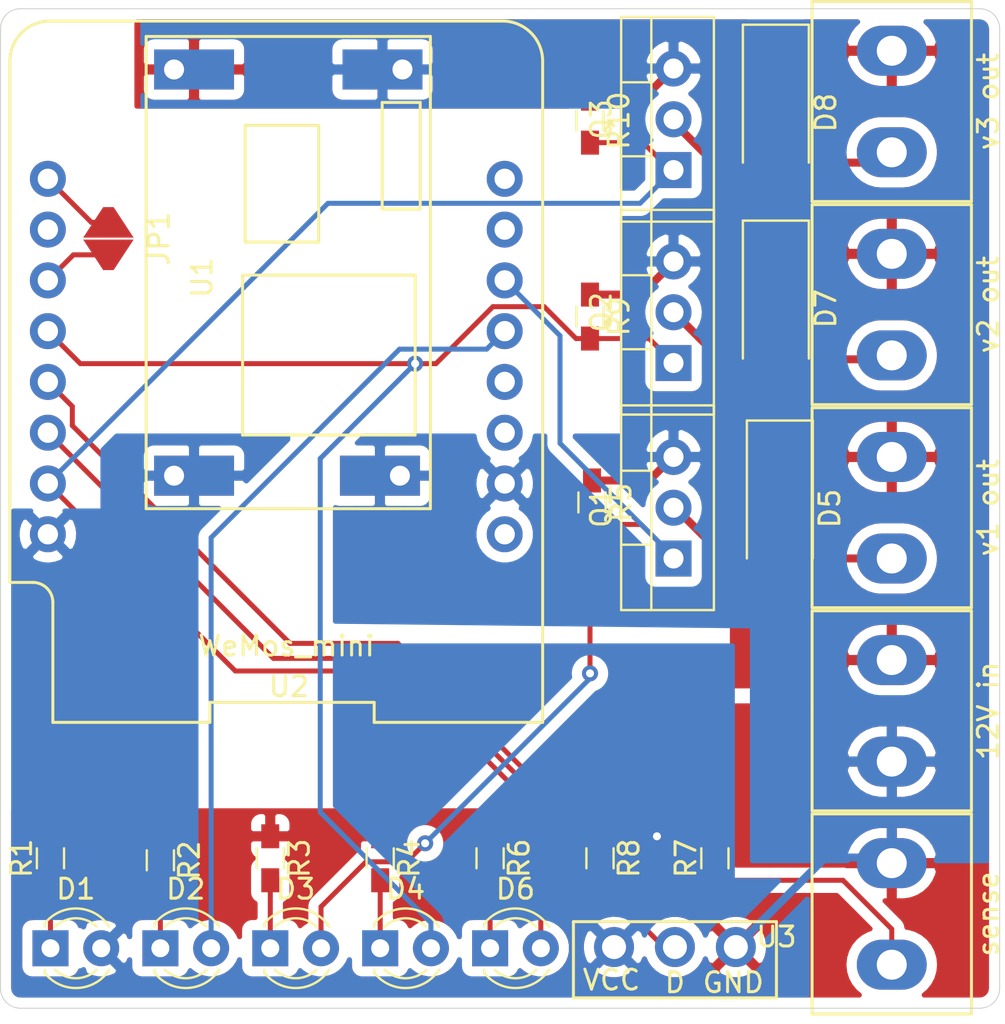
<source format=kicad_pcb>
(kicad_pcb (version 20171130) (host pcbnew 5.1.4)
  (layers (0 F.Cu signal) (31 B.Cu signal) (34 B.Paste user) (35 F.Paste user) (36 B.SilkS user) (37 F.SilkS user) (38 B.Mask user) (39 F.Mask user) (44 Edge.Cuts user))
  (net 0 "")
  (net 1 "Net-(D1-Pad1)")
  (net 2 +3V3)
  (net 3 "Net-(D2-Pad1)")
  (net 4 info)
  (net 5 "Net-(D3-Pad1)")
  (net 6 v1)
  (net 7 "Net-(D4-Pad1)")
  (net 8 v2)
  (net 9 +12V)
  (net 10 "Net-(D5-Pad2)")
  (net 11 "Net-(D6-Pad1)")
  (net 12 v3)
  (net 13 "Net-(D7-Pad2)")
  (net 14 "Net-(D8-Pad2)")
  (net 15 GND)
  (net 16 sense)
  (net 17 "Net-(JP1-Pad2)")
  (net 18 "Net-(JP1-Pad1)")
  (net 19 temp)
  (net 20 "Net-(U2-Pad8)")
  (net 21 "Net-(U2-Pad7)")
  (net 22 "Net-(U2-Pad10)")
  (net 23 "Net-(U2-Pad4)")
  (net 24 "Net-(U2-Pad3)")
  (net 25 "Net-(U2-Pad1)")
  (module TO_SOT_Packages_THT:TO-220-3_Vertical (layer F.Cu) (at 98.679 68.072 90)
    (fp_text reference Q3 (at 2.54 -3.62 90) (layer F.SilkS))
    (fp_text value IRLZ44N)
    (fp_line (start -2.58 -2.62) (end 7.66 -2.62) (layer F.SilkS) (width 0.12))
    (fp_line (start -2.58 2.021) (end 7.66 2.021) (layer F.SilkS) (width 0.12))
    (fp_line (start -2.58 -2.62) (end -2.58 2.021) (layer F.SilkS) (width 0.12))
    (fp_line (start 7.66 -2.62) (end 7.66 2.021) (layer F.SilkS) (width 0.12))
    (fp_line (start -2.58 -1.11) (end 7.66 -1.11) (layer F.SilkS) (width 0.12))
    (fp_line (start 0.69 -2.62) (end 0.69 -1.11) (layer F.SilkS) (width 0.12))
    (fp_line (start 4.391 -2.62) (end 4.391 -1.11) (layer F.SilkS) (width 0.12))
    (pad 1 thru_hole rect (at 0 0 90) (size 1.8 1.8) (drill 1) (layers *.Cu *.Mask) (net 12 v3))
    (pad 2 thru_hole oval (at 2.54 0 90) (size 1.8 1.8) (drill 1) (layers *.Cu *.Mask) (net 14 "Net-(D8-Pad2)"))
    (pad 3 thru_hole oval (at 5.08 0 90) (size 1.8 1.8) (drill 1) (layers *.Cu *.Mask) (net 15 GND))
  )
  (module TO_SOT_Packages_THT:TO-220-3_Vertical (layer F.Cu) (at 98.679 77.724 90)
    (fp_text reference Q2 (at 2.54 -3.62 90) (layer F.SilkS))
    (fp_text value IRLZ44N)
    (fp_line (start -2.58 -2.62) (end 7.66 -2.62) (layer F.SilkS) (width 0.12))
    (fp_line (start -2.58 2.021) (end 7.66 2.021) (layer F.SilkS) (width 0.12))
    (fp_line (start -2.58 -2.62) (end -2.58 2.021) (layer F.SilkS) (width 0.12))
    (fp_line (start 7.66 -2.62) (end 7.66 2.021) (layer F.SilkS) (width 0.12))
    (fp_line (start -2.58 -1.11) (end 7.66 -1.11) (layer F.SilkS) (width 0.12))
    (fp_line (start 0.69 -2.62) (end 0.69 -1.11) (layer F.SilkS) (width 0.12))
    (fp_line (start 4.391 -2.62) (end 4.391 -1.11) (layer F.SilkS) (width 0.12))
    (pad 1 thru_hole rect (at 0 0 90) (size 1.8 1.8) (drill 1) (layers *.Cu *.Mask) (net 8 v2))
    (pad 2 thru_hole oval (at 2.54 0 90) (size 1.8 1.8) (drill 1) (layers *.Cu *.Mask) (net 13 "Net-(D7-Pad2)"))
    (pad 3 thru_hole oval (at 5.08 0 90) (size 1.8 1.8) (drill 1) (layers *.Cu *.Mask) (net 15 GND))
  )
  (module TO_SOT_Packages_THT:TO-220-3_Vertical (layer F.Cu) (at 98.679 87.503 90)
    (fp_text reference Q1 (at 2.54 -3.62 90) (layer F.SilkS))
    (fp_text value IRLZ44N)
    (fp_line (start 4.391 -2.62) (end 4.391 -1.11) (layer F.SilkS) (width 0.12))
    (fp_line (start 0.69 -2.62) (end 0.69 -1.11) (layer F.SilkS) (width 0.12))
    (fp_line (start -2.58 -1.11) (end 7.66 -1.11) (layer F.SilkS) (width 0.12))
    (fp_line (start 7.66 -2.62) (end 7.66 2.021) (layer F.SilkS) (width 0.12))
    (fp_line (start -2.58 -2.62) (end -2.58 2.021) (layer F.SilkS) (width 0.12))
    (fp_line (start -2.58 2.021) (end 7.66 2.021) (layer F.SilkS) (width 0.12))
    (fp_line (start -2.58 -2.62) (end 7.66 -2.62) (layer F.SilkS) (width 0.12))
    (pad 3 thru_hole oval (at 5.08 0 90) (size 1.8 1.8) (drill 1) (layers *.Cu *.Mask) (net 15 GND))
    (pad 2 thru_hole oval (at 2.54 0 90) (size 1.8 1.8) (drill 1) (layers *.Cu *.Mask) (net 10 "Net-(D5-Pad2)"))
    (pad 1 thru_hole rect (at 0 0 90) (size 1.8 1.8) (drill 1) (layers *.Cu *.Mask) (net 6 v1))
  )
  (module Resistors_SMD:R_0603_HandSoldering (layer F.Cu) (at 95 102.5 270)
    (fp_text reference R8 (at 0 -1.45 90) (layer F.SilkS))
    (fp_text value 4K7)
    (fp_line (start 0.5 0.68) (end -0.5 0.68) (layer F.SilkS) (width 0.12))
    (fp_line (start -0.5 -0.68) (end 0.5 -0.68) (layer F.SilkS) (width 0.12))
    (pad 1 smd rect (at -1.1 0 270) (size 1.2 0.9) (layers F.Cu F.Paste F.Mask) (net 2 +3V3))
    (pad 2 smd rect (at 1.1 0 270) (size 1.2 0.9) (layers F.Cu F.Paste F.Mask) (net 19 temp))
  )
  (module Resistors_SMD:R_0603_HandSoldering (layer F.Cu) (at 94.6 84.7 270)
    (fp_text reference R5 (at 0 -1.45 90) (layer F.SilkS))
    (fp_text value 20K)
    (fp_line (start 0.5 0.68) (end -0.5 0.68) (layer F.SilkS) (width 0.12))
    (fp_line (start -0.5 -0.68) (end 0.5 -0.68) (layer F.SilkS) (width 0.12))
    (pad 1 smd rect (at -1.1 0 270) (size 1.2 0.9) (layers F.Cu F.Paste F.Mask) (net 15 GND))
    (pad 2 smd rect (at 1.1 0 270) (size 1.2 0.9) (layers F.Cu F.Paste F.Mask) (net 6 v1))
  )
  (module custom:termina_2pin (layer F.Cu) (at 109.6 64.643 90)
    (fp_text reference J5)
    (fp_text value "v3 out" (at 0 4.826 270) (layer F.SilkS))
    (fp_line (start -5.0038 -3.9878) (end 0 -3.9878) (layer F.SilkS) (width 0.15))
    (fp_line (start -5.0038 3.9878) (end -5.0038 -3.9878) (layer F.SilkS) (width 0.15))
    (fp_line (start 5.0038 3.9878) (end -5.0038 3.9878) (layer F.SilkS) (width 0.15))
    (fp_line (start 5.0038 -3.9878) (end 5.0038 3.9878) (layer F.SilkS) (width 0.15))
    (fp_line (start 0 -3.9878) (end 5.0038 -3.9878) (layer F.SilkS) (width 0.15))
    (pad 2 thru_hole oval (at 2.54 0 90) (size 2.5 3.5) (drill 1.5) (layers *.Cu *.Mask) (net 9 +12V))
    (pad 1 thru_hole oval (at -2.54 0 90) (size 2.5 3.5) (drill 1.5) (layers *.Cu *.Mask) (net 14 "Net-(D8-Pad2)"))
  )
  (module custom:termina_2pin (layer F.Cu) (at 109.6 74.803 90)
    (fp_text reference J4)
    (fp_text value "v2 out" (at 0 4.826 270) (layer F.SilkS))
    (fp_line (start -5.0038 -3.9878) (end 0 -3.9878) (layer F.SilkS) (width 0.15))
    (fp_line (start -5.0038 3.9878) (end -5.0038 -3.9878) (layer F.SilkS) (width 0.15))
    (fp_line (start 5.0038 3.9878) (end -5.0038 3.9878) (layer F.SilkS) (width 0.15))
    (fp_line (start 5.0038 -3.9878) (end 5.0038 3.9878) (layer F.SilkS) (width 0.15))
    (fp_line (start 0 -3.9878) (end 5.0038 -3.9878) (layer F.SilkS) (width 0.15))
    (pad 2 thru_hole oval (at 2.54 0 90) (size 2.5 3.5) (drill 1.5) (layers *.Cu *.Mask) (net 9 +12V))
    (pad 1 thru_hole oval (at -2.54 0 90) (size 2.5 3.5) (drill 1.5) (layers *.Cu *.Mask) (net 13 "Net-(D7-Pad2)"))
  )
  (module custom:termina_2pin (layer F.Cu) (at 109.6 105.283 90)
    (fp_text reference J3)
    (fp_text value sense (at 0 4.826 270) (layer F.SilkS))
    (fp_line (start -5.0038 -3.9878) (end 0 -3.9878) (layer F.SilkS) (width 0.15))
    (fp_line (start -5.0038 3.9878) (end -5.0038 -3.9878) (layer F.SilkS) (width 0.15))
    (fp_line (start 5.0038 3.9878) (end -5.0038 3.9878) (layer F.SilkS) (width 0.15))
    (fp_line (start 5.0038 -3.9878) (end 5.0038 3.9878) (layer F.SilkS) (width 0.15))
    (fp_line (start 0 -3.9878) (end 5.0038 -3.9878) (layer F.SilkS) (width 0.15))
    (pad 2 thru_hole oval (at 2.54 0 90) (size 2.5 3.5) (drill 1.5) (layers *.Cu *.Mask) (net 15 GND))
    (pad 1 thru_hole oval (at -2.54 0 90) (size 2.5 3.5) (drill 1.5) (layers *.Cu *.Mask) (net 16 sense))
  )
  (module custom:termina_2pin (layer F.Cu) (at 109.6 95.123 90)
    (fp_text reference J2)
    (fp_text value "12V in" (at 0 4.826 270) (layer F.SilkS))
    (fp_line (start -5.0038 -3.9878) (end 0 -3.9878) (layer F.SilkS) (width 0.15))
    (fp_line (start -5.0038 3.9878) (end -5.0038 -3.9878) (layer F.SilkS) (width 0.15))
    (fp_line (start 5.0038 3.9878) (end -5.0038 3.9878) (layer F.SilkS) (width 0.15))
    (fp_line (start 5.0038 -3.9878) (end 5.0038 3.9878) (layer F.SilkS) (width 0.15))
    (fp_line (start 0 -3.9878) (end 5.0038 -3.9878) (layer F.SilkS) (width 0.15))
    (pad 2 thru_hole oval (at 2.54 0 90) (size 2.5 3.5) (drill 1.5) (layers *.Cu *.Mask) (net 9 +12V))
    (pad 1 thru_hole oval (at -2.54 0 90) (size 2.5 3.5) (drill 1.5) (layers *.Cu *.Mask) (net 15 GND))
  )
  (module custom:termina_2pin (layer F.Cu) (at 109.6 84.963 90)
    (fp_text reference J1)
    (fp_text value "v1 out" (at 0 4.826 270) (layer F.SilkS))
    (fp_line (start -5.0038 -3.9878) (end 0 -3.9878) (layer F.SilkS) (width 0.15))
    (fp_line (start -5.0038 3.9878) (end -5.0038 -3.9878) (layer F.SilkS) (width 0.15))
    (fp_line (start 5.0038 3.9878) (end -5.0038 3.9878) (layer F.SilkS) (width 0.15))
    (fp_line (start 5.0038 -3.9878) (end 5.0038 3.9878) (layer F.SilkS) (width 0.15))
    (fp_line (start 0 -3.9878) (end 5.0038 -3.9878) (layer F.SilkS) (width 0.15))
    (pad 2 thru_hole oval (at 2.54 0 90) (size 2.5 3.5) (drill 1.5) (layers *.Cu *.Mask) (net 9 +12V))
    (pad 1 thru_hole oval (at -2.54 0 90) (size 2.5 3.5) (drill 1.5) (layers *.Cu *.Mask) (net 10 "Net-(D5-Pad2)"))
  )
  (module LEDs:LED_D3.0mm (layer F.Cu) (at 84 107)
    (fp_text reference D4 (at 1.27 -2.96) (layer F.SilkS))
    (fp_text value v2)
    (fp_arc (start 1.27 0) (end -0.29 -1.235516) (angle 108.8) (layer F.SilkS) (width 0.12))
    (fp_arc (start 1.27 0) (end -0.29 1.235516) (angle -108.8) (layer F.SilkS) (width 0.12))
    (fp_arc (start 1.27 0) (end 0.229039 -1.08) (angle 87.9) (layer F.SilkS) (width 0.12))
    (fp_arc (start 1.27 0) (end 0.229039 1.08) (angle -87.9) (layer F.SilkS) (width 0.12))
    (fp_line (start -0.29 -1.236) (end -0.29 -1.08) (layer F.SilkS) (width 0.12))
    (fp_line (start -0.29 1.08) (end -0.29 1.236) (layer F.SilkS) (width 0.12))
    (pad 1 thru_hole rect (at 0 0) (size 1.8 1.8) (drill 0.9) (layers *.Cu *.Mask) (net 7 "Net-(D4-Pad1)"))
    (pad 2 thru_hole circle (at 2.54 0) (size 1.8 1.8) (drill 0.9) (layers *.Cu *.Mask) (net 8 v2))
  )
  (module custom:temperature_sensor (layer F.Cu) (at 98.75 104.4 180)
    (fp_text reference U3 (at -5.08 -2.032) (layer F.SilkS))
    (fp_text value DS18B20)
    (fp_text user GND (at -2.921 -4.318) (layer F.SilkS))
    (fp_text user D (at 0 -4.318) (layer F.SilkS))
    (fp_text user VCC (at 3.175 -4.191) (layer F.SilkS))
    (fp_line (start -5.08 -5.08) (end 5.08 -5.08) (layer F.SilkS) (width 0.15))
    (fp_line (start 5.08 -5.08) (end 5.08 -1.27) (layer F.SilkS) (width 0.15))
    (fp_line (start 5.08 -1.27) (end -5.08 -1.27) (layer F.SilkS) (width 0.15))
    (fp_line (start -5.08 -1.27) (end -5.08 -5.08) (layer F.SilkS) (width 0.15))
    (pad 1 thru_hole circle (at -3.048 -2.54 180) (size 2 2) (drill 1.2) (layers *.Cu *.Mask) (net 15 GND))
    (pad 2 thru_hole circle (at 0 -2.54 180) (size 2 2) (drill 1.2) (layers *.Cu *.Mask) (net 19 temp))
    (pad 3 thru_hole circle (at 3.048 -2.54 180) (size 2 2) (drill 1.2) (layers *.Cu *.Mask) (net 2 +3V3))
  )
  (module custom:wemos (layer F.Cu) (at 78.8 77.4 90)
    (fp_text reference U2 (at -16.51 0.635) (layer F.SilkS))
    (fp_text value WeMos_mini (at -14.478 0.508) (layer F.SilkS))
    (fp_line (start -11.3 -13.33) (end -11.3 -13.33) (layer F.SilkS) (width 0.15))
    (fp_line (start -11.3 -12.17) (end -11.3 -13.33) (layer F.SilkS) (width 0.15))
    (fp_arc (start -12.3 -12.18) (end -11.3 -12.18) (angle 90) (layer F.SilkS) (width 0.15))
    (fp_line (start -18.3 -11.18) (end -12.3 -11.18) (layer F.SilkS) (width 0.15))
    (fp_arc (start 14.78 11.33) (end 16.78 11.33) (angle 90) (layer F.SilkS) (width 0.15))
    (fp_arc (start 14.78 -11.33) (end 14.78 -13.33) (angle 90) (layer F.SilkS) (width 0.15))
    (fp_line (start -18.3 4.9) (end -18.3 13.329999) (layer F.SilkS) (width 0.15))
    (fp_line (start -17.3 4.9) (end -18.3 4.9) (layer F.SilkS) (width 0.15))
    (fp_line (start -17.3 -3.32) (end -17.3 4.9) (layer F.SilkS) (width 0.15))
    (fp_line (start -18.3 -3.32) (end -17.3 -3.32) (layer F.SilkS) (width 0.15))
    (fp_line (start -18.3 -11.18) (end -18.3 -3.32) (layer F.SilkS) (width 0.15))
    (fp_line (start 14.78 -13.33) (end -11.3 -13.33) (layer F.SilkS) (width 0.15))
    (fp_line (start 16.78 11.33) (end 16.78 -11.33) (layer F.SilkS) (width 0.15))
    (fp_line (start -18.3 13.33) (end 14.78 13.33) (layer F.SilkS) (width 0.15))
    (pad 8 thru_hole circle (at 8.89 11.43 90) (size 1.8 1.8) (drill 1.016) (layers *.Cu *.Mask) (net 20 "Net-(U2-Pad8)"))
    (pad 9 thru_hole circle (at 8.89 -11.43 90) (size 1.8 1.8) (drill 1.016) (layers *.Cu *.Mask) (net 17 "Net-(JP1-Pad2)"))
    (pad 7 thru_hole circle (at 6.35 11.43 90) (size 1.8 1.8) (drill 1.016) (layers *.Cu *.Mask) (net 21 "Net-(U2-Pad7)"))
    (pad 10 thru_hole circle (at 6.35 -11.43 90) (size 1.8 1.8) (drill 1.016) (layers *.Cu *.Mask) (net 22 "Net-(U2-Pad10)"))
    (pad 6 thru_hole circle (at 3.81 11.43 90) (size 1.8 1.8) (drill 1.016) (layers *.Cu *.Mask) (net 6 v1))
    (pad 11 thru_hole circle (at 3.81 -11.43 90) (size 1.8 1.8) (drill 1.016) (layers *.Cu *.Mask) (net 18 "Net-(JP1-Pad1)"))
    (pad 5 thru_hole circle (at 1.27 11.43 90) (size 1.8 1.8) (drill 1.016) (layers *.Cu *.Mask) (net 4 info))
    (pad 12 thru_hole circle (at 1.27 -11.43 90) (size 1.8 1.8) (drill 1.016) (layers *.Cu *.Mask) (net 8 v2))
    (pad 4 thru_hole circle (at -1.27 11.43 90) (size 1.8 1.8) (drill 1.016) (layers *.Cu *.Mask) (net 23 "Net-(U2-Pad4)"))
    (pad 13 thru_hole circle (at -1.27 -11.43 90) (size 1.8 1.8) (drill 1.016) (layers *.Cu *.Mask) (net 16 sense))
    (pad 3 thru_hole circle (at -3.81 11.43 90) (size 1.8 1.8) (drill 1.016) (layers *.Cu *.Mask) (net 24 "Net-(U2-Pad3)"))
    (pad 14 thru_hole circle (at -3.81 -11.43 90) (size 1.8 1.8) (drill 1.016) (layers *.Cu *.Mask) (net 19 temp))
    (pad 2 thru_hole circle (at -6.35 11.43 90) (size 1.8 1.8) (drill 1.016) (layers *.Cu *.Mask) (net 15 GND))
    (pad 15 thru_hole circle (at -6.35 -11.43 90) (size 1.8 1.8) (drill 1.016) (layers *.Cu *.Mask) (net 12 v3))
    (pad 1 thru_hole circle (at -8.89 11.43 90) (size 1.8 1.8) (drill 1.016) (layers *.Cu *.Mask) (net 25 "Net-(U2-Pad1)"))
    (pad 16 thru_hole circle (at -8.89 -11.43 90) (size 1.8 1.8) (drill 1.016) (layers *.Cu *.Mask) (net 2 +3V3))
  )
  (module custom:stepdown (layer F.Cu) (at 79.4 73.2 270)
    (fp_text reference U1 (at 0.254 4.318 90) (layer F.SilkS))
    (fp_text value stepdown)
    (fp_line (start -11.811 -7.112) (end 11.811 -7.112) (layer F.SilkS) (width 0.15))
    (fp_line (start 11.811 -7.112) (end 11.811 7.112) (layer F.SilkS) (width 0.15))
    (fp_line (start 11.811 7.112) (end -11.811 7.112) (layer F.SilkS) (width 0.15))
    (fp_line (start -11.811 7.112) (end -11.811 -7.112) (layer F.SilkS) (width 0.15))
    (fp_line (start 8.128 2.286) (end 8.128 -6.35) (layer F.SilkS) (width 0.15))
    (fp_line (start 8.128 -6.35) (end 0.127 -6.35) (layer F.SilkS) (width 0.15))
    (fp_line (start 0.127 -6.35) (end 0.127 2.286) (layer F.SilkS) (width 0.15))
    (fp_line (start 0.127 2.286) (end 8.128 2.286) (layer F.SilkS) (width 0.15))
    (fp_line (start -8.509 -6.604) (end -3.175 -6.604) (layer F.SilkS) (width 0.15))
    (fp_line (start -3.175 -6.604) (end -3.175 -4.699) (layer F.SilkS) (width 0.15))
    (fp_line (start -3.175 -4.699) (end -8.509 -4.699) (layer F.SilkS) (width 0.15))
    (fp_line (start -8.509 -4.699) (end -8.509 -6.604) (layer F.SilkS) (width 0.15))
    (fp_line (start -1.524 2.159) (end -7.366 2.159) (layer F.SilkS) (width 0.15))
    (fp_line (start -7.366 2.159) (end -7.366 -1.524) (layer F.SilkS) (width 0.15))
    (fp_line (start -7.366 -1.524) (end -1.524 -1.524) (layer F.SilkS) (width 0.15))
    (fp_line (start -1.524 -1.524) (end -1.524 2.159) (layer F.SilkS) (width 0.15))
    (pad 1 thru_hole rect (at -10.16 -5.715 270) (size 2 4) (drill 1 (offset 0 1)) (layers *.Cu *.Mask) (net 15 GND))
    (pad 3 thru_hole rect (at -10.16 5.715 270) (size 2 4) (drill 1 (offset 0 -1)) (layers *.Cu *.Mask) (net 9 +12V))
    (pad 2 thru_hole rect (at 10.16 -5.588 270) (size 2 4) (drill 1 (offset 0 1)) (layers *.Cu *.Mask) (net 15 GND))
    (pad 4 thru_hole rect (at 10.16 5.715 270) (size 2 4) (drill 1 (offset 0 -1)) (layers *.Cu *.Mask) (net 2 +3V3))
  )
  (module Resistors_SMD:R_0603_HandSoldering (layer F.Cu) (at 94.5 65.6 270)
    (fp_text reference R10 (at 0 -1.45 90) (layer F.SilkS))
    (fp_text value 20K)
    (fp_line (start 0.5 0.68) (end -0.5 0.68) (layer F.SilkS) (width 0.12))
    (fp_line (start -0.5 -0.68) (end 0.5 -0.68) (layer F.SilkS) (width 0.12))
    (pad 1 smd rect (at -1.1 0 270) (size 1.2 0.9) (layers F.Cu F.Paste F.Mask) (net 15 GND))
    (pad 2 smd rect (at 1.1 0 270) (size 1.2 0.9) (layers F.Cu F.Paste F.Mask) (net 12 v3))
  )
  (module Resistors_SMD:R_0603_HandSoldering (layer F.Cu) (at 94.5 75.4 270)
    (fp_text reference R9 (at 0 -1.45 90) (layer F.SilkS))
    (fp_text value 20K)
    (fp_line (start 0.5 0.68) (end -0.5 0.68) (layer F.SilkS) (width 0.12))
    (fp_line (start -0.5 -0.68) (end 0.5 -0.68) (layer F.SilkS) (width 0.12))
    (pad 1 smd rect (at -1.1 0 270) (size 1.2 0.9) (layers F.Cu F.Paste F.Mask) (net 15 GND))
    (pad 2 smd rect (at 1.1 0 270) (size 1.2 0.9) (layers F.Cu F.Paste F.Mask) (net 8 v2))
  )
  (module Resistors_SMD:R_0603_HandSoldering (layer F.Cu) (at 100.75 102.5 90)
    (fp_text reference R7 (at 0 -1.45 90) (layer F.SilkS))
    (fp_text value 330)
    (fp_line (start 0.5 0.68) (end -0.5 0.68) (layer F.SilkS) (width 0.12))
    (fp_line (start -0.5 -0.68) (end 0.5 -0.68) (layer F.SilkS) (width 0.12))
    (pad 1 smd rect (at -1.1 0 90) (size 1.2 0.9) (layers F.Cu F.Paste F.Mask) (net 16 sense))
    (pad 2 smd rect (at 1.1 0 90) (size 1.2 0.9) (layers F.Cu F.Paste F.Mask) (net 2 +3V3))
  )
  (module Resistors_SMD:R_0603_HandSoldering (layer F.Cu) (at 89.5 102.5 270)
    (fp_text reference R6 (at 0 -1.45 90) (layer F.SilkS))
    (fp_text value 1K)
    (fp_line (start 0.5 0.68) (end -0.5 0.68) (layer F.SilkS) (width 0.12))
    (fp_line (start -0.5 -0.68) (end 0.5 -0.68) (layer F.SilkS) (width 0.12))
    (pad 1 smd rect (at -1.1 0 270) (size 1.2 0.9) (layers F.Cu F.Paste F.Mask) (net 15 GND))
    (pad 2 smd rect (at 1.1 0 270) (size 1.2 0.9) (layers F.Cu F.Paste F.Mask) (net 11 "Net-(D6-Pad1)"))
  )
  (module Resistors_SMD:R_0603_HandSoldering (layer F.Cu) (at 84 102.5 270)
    (fp_text reference R4 (at 0 -1.45 90) (layer F.SilkS))
    (fp_text value 1K)
    (fp_line (start 0.5 0.68) (end -0.5 0.68) (layer F.SilkS) (width 0.12))
    (fp_line (start -0.5 -0.68) (end 0.5 -0.68) (layer F.SilkS) (width 0.12))
    (pad 1 smd rect (at -1.1 0 270) (size 1.2 0.9) (layers F.Cu F.Paste F.Mask) (net 15 GND))
    (pad 2 smd rect (at 1.1 0 270) (size 1.2 0.9) (layers F.Cu F.Paste F.Mask) (net 7 "Net-(D4-Pad1)"))
  )
  (module Resistors_SMD:R_0603_HandSoldering (layer F.Cu) (at 78.5 102.5 270)
    (fp_text reference R3 (at 0 -1.45 90) (layer F.SilkS))
    (fp_text value 1K)
    (fp_line (start 0.5 0.68) (end -0.5 0.68) (layer F.SilkS) (width 0.12))
    (fp_line (start -0.5 -0.68) (end 0.5 -0.68) (layer F.SilkS) (width 0.12))
    (pad 1 smd rect (at -1.1 0 270) (size 1.2 0.9) (layers F.Cu F.Paste F.Mask) (net 15 GND))
    (pad 2 smd rect (at 1.1 0 270) (size 1.2 0.9) (layers F.Cu F.Paste F.Mask) (net 5 "Net-(D3-Pad1)"))
  )
  (module Resistors_SMD:R_0603_HandSoldering (layer F.Cu) (at 73 102.6 270)
    (fp_text reference R2 (at 0 -1.45 90) (layer F.SilkS))
    (fp_text value 240)
    (fp_line (start 0.5 0.68) (end -0.5 0.68) (layer F.SilkS) (width 0.12))
    (fp_line (start -0.5 -0.68) (end 0.5 -0.68) (layer F.SilkS) (width 0.12))
    (pad 1 smd rect (at -1.1 0 270) (size 1.2 0.9) (layers F.Cu F.Paste F.Mask) (net 15 GND))
    (pad 2 smd rect (at 1.1 0 270) (size 1.2 0.9) (layers F.Cu F.Paste F.Mask) (net 3 "Net-(D2-Pad1)"))
  )
  (module Resistors_SMD:R_0603_HandSoldering (layer F.Cu) (at 67.5 102.5 90)
    (fp_text reference R1 (at 0 -1.45 90) (layer F.SilkS))
    (fp_text value 1K)
    (fp_line (start 0.5 0.68) (end -0.5 0.68) (layer F.SilkS) (width 0.12))
    (fp_line (start -0.5 -0.68) (end 0.5 -0.68) (layer F.SilkS) (width 0.12))
    (pad 1 smd rect (at -1.1 0 90) (size 1.2 0.9) (layers F.Cu F.Paste F.Mask) (net 1 "Net-(D1-Pad1)"))
    (pad 2 smd rect (at 1.1 0 90) (size 1.2 0.9) (layers F.Cu F.Paste F.Mask) (net 15 GND))
  )
  (module custom:jumper (layer F.Cu) (at 70.4 71.5 90)
    (fp_text reference JP1 (at 0 2.54 90) (layer F.SilkS))
    (fp_text value deepsleep)
    (pad 2 smd trapezoid (at 0.8128 0 90) (size 1.524 1.524) (rect_delta 1 0) (layers F.Cu F.Paste F.Mask) (net 17 "Net-(JP1-Pad2)"))
    (pad 1 smd trapezoid (at -0.8128 0 90) (size 1.524 1.524) (rect_delta -1 0) (layers F.Cu F.Paste F.Mask) (net 18 "Net-(JP1-Pad1)"))
  )
  (module Diodes_SMD:D_SMA_Handsoldering (layer F.Cu) (at 103.8 65.2 270)
    (fp_text reference D8 (at 0 -2.5 90) (layer F.SilkS))
    (fp_text value " ")
    (fp_line (start -4.4 -1.65) (end -4.4 1.65) (layer F.SilkS) (width 0.12))
    (fp_line (start -4.4 1.65) (end 2.5 1.65) (layer F.SilkS) (width 0.12))
    (fp_line (start -4.4 -1.65) (end 2.5 -1.65) (layer F.SilkS) (width 0.12))
    (pad 1 smd rect (at -2.5 0 270) (size 3.5 1.8) (layers F.Cu F.Paste F.Mask) (net 9 +12V))
    (pad 2 smd rect (at 2.5 0 270) (size 3.5 1.8) (layers F.Cu F.Paste F.Mask) (net 14 "Net-(D8-Pad2)"))
  )
  (module Diodes_SMD:D_SMA_Handsoldering (layer F.Cu) (at 103.8 75 270)
    (fp_text reference D7 (at 0 -2.5 90) (layer F.SilkS))
    (fp_text value " ")
    (fp_line (start -4.4 -1.65) (end -4.4 1.65) (layer F.SilkS) (width 0.12))
    (fp_line (start -4.4 1.65) (end 2.5 1.65) (layer F.SilkS) (width 0.12))
    (fp_line (start -4.4 -1.65) (end 2.5 -1.65) (layer F.SilkS) (width 0.12))
    (pad 1 smd rect (at -2.5 0 270) (size 3.5 1.8) (layers F.Cu F.Paste F.Mask) (net 9 +12V))
    (pad 2 smd rect (at 2.5 0 270) (size 3.5 1.8) (layers F.Cu F.Paste F.Mask) (net 13 "Net-(D7-Pad2)"))
  )
  (module LEDs:LED_D3.0mm (layer F.Cu) (at 89.5 107)
    (fp_text reference D6 (at 1.27 -2.96) (layer F.SilkS))
    (fp_text value v3)
    (fp_arc (start 1.27 0) (end -0.29 -1.235516) (angle 108.8) (layer F.SilkS) (width 0.12))
    (fp_arc (start 1.27 0) (end -0.29 1.235516) (angle -108.8) (layer F.SilkS) (width 0.12))
    (fp_arc (start 1.27 0) (end 0.229039 -1.08) (angle 87.9) (layer F.SilkS) (width 0.12))
    (fp_arc (start 1.27 0) (end 0.229039 1.08) (angle -87.9) (layer F.SilkS) (width 0.12))
    (fp_line (start -0.29 -1.236) (end -0.29 -1.08) (layer F.SilkS) (width 0.12))
    (fp_line (start -0.29 1.08) (end -0.29 1.236) (layer F.SilkS) (width 0.12))
    (pad 1 thru_hole rect (at 0 0) (size 1.8 1.8) (drill 0.9) (layers *.Cu *.Mask) (net 11 "Net-(D6-Pad1)"))
    (pad 2 thru_hole circle (at 2.54 0) (size 1.8 1.8) (drill 0.9) (layers *.Cu *.Mask) (net 12 v3))
  )
  (module Diodes_SMD:D_SMA_Handsoldering (layer F.Cu) (at 104 85 270)
    (fp_text reference D5 (at 0 -2.5 90) (layer F.SilkS))
    (fp_text value " ")
    (fp_line (start -4.4 -1.65) (end -4.4 1.65) (layer F.SilkS) (width 0.12))
    (fp_line (start -4.4 1.65) (end 2.5 1.65) (layer F.SilkS) (width 0.12))
    (fp_line (start -4.4 -1.65) (end 2.5 -1.65) (layer F.SilkS) (width 0.12))
    (pad 1 smd rect (at -2.5 0 270) (size 3.5 1.8) (layers F.Cu F.Paste F.Mask) (net 9 +12V))
    (pad 2 smd rect (at 2.5 0 270) (size 3.5 1.8) (layers F.Cu F.Paste F.Mask) (net 10 "Net-(D5-Pad2)"))
  )
  (module LEDs:LED_D3.0mm (layer F.Cu) (at 78.5 107)
    (fp_text reference D3 (at 1.27 -2.96) (layer F.SilkS))
    (fp_text value v1)
    (fp_arc (start 1.27 0) (end -0.29 -1.235516) (angle 108.8) (layer F.SilkS) (width 0.12))
    (fp_arc (start 1.27 0) (end -0.29 1.235516) (angle -108.8) (layer F.SilkS) (width 0.12))
    (fp_arc (start 1.27 0) (end 0.229039 -1.08) (angle 87.9) (layer F.SilkS) (width 0.12))
    (fp_arc (start 1.27 0) (end 0.229039 1.08) (angle -87.9) (layer F.SilkS) (width 0.12))
    (fp_line (start -0.29 -1.236) (end -0.29 -1.08) (layer F.SilkS) (width 0.12))
    (fp_line (start -0.29 1.08) (end -0.29 1.236) (layer F.SilkS) (width 0.12))
    (pad 1 thru_hole rect (at 0 0) (size 1.8 1.8) (drill 0.9) (layers *.Cu *.Mask) (net 5 "Net-(D3-Pad1)"))
    (pad 2 thru_hole circle (at 2.54 0) (size 1.8 1.8) (drill 0.9) (layers *.Cu *.Mask) (net 6 v1))
  )
  (module LEDs:LED_D3.0mm (layer F.Cu) (at 73 107)
    (fp_text reference D2 (at 1.27 -2.96) (layer F.SilkS))
    (fp_text value info)
    (fp_arc (start 1.27 0) (end -0.29 -1.235516) (angle 108.8) (layer F.SilkS) (width 0.12))
    (fp_arc (start 1.27 0) (end -0.29 1.235516) (angle -108.8) (layer F.SilkS) (width 0.12))
    (fp_arc (start 1.27 0) (end 0.229039 -1.08) (angle 87.9) (layer F.SilkS) (width 0.12))
    (fp_arc (start 1.27 0) (end 0.229039 1.08) (angle -87.9) (layer F.SilkS) (width 0.12))
    (fp_line (start -0.29 -1.236) (end -0.29 -1.08) (layer F.SilkS) (width 0.12))
    (fp_line (start -0.29 1.08) (end -0.29 1.236) (layer F.SilkS) (width 0.12))
    (pad 1 thru_hole rect (at 0 0) (size 1.8 1.8) (drill 0.9) (layers *.Cu *.Mask) (net 3 "Net-(D2-Pad1)"))
    (pad 2 thru_hole circle (at 2.54 0) (size 1.8 1.8) (drill 0.9) (layers *.Cu *.Mask) (net 4 info))
  )
  (module LEDs:LED_D3.0mm (layer F.Cu) (at 67.5 107)
    (fp_text reference D1 (at 1.27 -2.96) (layer F.SilkS))
    (fp_text value LED)
    (fp_arc (start 1.27 0) (end -0.29 -1.235516) (angle 108.8) (layer F.SilkS) (width 0.12))
    (fp_arc (start 1.27 0) (end -0.29 1.235516) (angle -108.8) (layer F.SilkS) (width 0.12))
    (fp_arc (start 1.27 0) (end 0.229039 -1.08) (angle 87.9) (layer F.SilkS) (width 0.12))
    (fp_arc (start 1.27 0) (end 0.229039 1.08) (angle -87.9) (layer F.SilkS) (width 0.12))
    (fp_line (start -0.29 -1.236) (end -0.29 -1.08) (layer F.SilkS) (width 0.12))
    (fp_line (start -0.29 1.08) (end -0.29 1.236) (layer F.SilkS) (width 0.12))
    (pad 1 thru_hole rect (at 0 0) (size 1.8 1.8) (drill 0.9) (layers *.Cu *.Mask) (net 1 "Net-(D1-Pad1)"))
    (pad 2 thru_hole circle (at 2.54 0) (size 1.8 1.8) (drill 0.9) (layers *.Cu *.Mask) (net 2 +3V3))
  )
  (gr_arc (start 66 109) (end 65 109) (angle -90) (layer Edge.Cuts) (width 0.05))
  (gr_arc (start 114 109) (end 114 110) (angle -90) (layer Edge.Cuts) (width 0.05))
  (gr_arc (start 114 61) (end 115 61) (angle -90) (layer Edge.Cuts) (width 0.05))
  (gr_arc (start 66 61) (end 66 60) (angle -90) (layer Edge.Cuts) (width 0.05))
  (gr_line (start 65 109) (end 65 61) (layer Edge.Cuts) (width 0.05))
  (gr_line (start 114 110) (end 66 110) (layer Edge.Cuts) (width 0.05))
  (gr_line (start 115 61) (end 115 109) (layer Edge.Cuts) (width 0.05))
  (gr_line (start 66 60) (end 114 60) (layer Edge.Cuts) (width 0.05))
  (segment (start 67.5 105.85) (end 67.5 103.6) (width 0.25) (layer F.Cu) (net 1))
  (segment (start 67.5 107) (end 67.5 105.85) (width 0.25) (layer F.Cu) (net 1))
  (segment (start 95.7 101.4) (end 97.85 101.4) (width 0.25) (layer F.Cu) (net 2))
  (segment (start 95 101.4) (end 95.7 101.4) (width 0.25) (layer F.Cu) (net 2))
  (segment (start 97.85 101.4) (end 100.75 101.4) (width 0.25) (layer F.Cu) (net 2))
  (via (at 97.85 101.4) (size 0.8) (drill 0.4) (layers F.Cu B.Cu) (net 2))
  (segment (start 73 107) (end 73 103.7) (width 0.25) (layer F.Cu) (net 3))
  (segment (start 89.330001 77.029999) (end 84.970001 77.029999) (width 0.25) (layer B.Cu) (net 4))
  (segment (start 90.23 76.13) (end 89.330001 77.029999) (width 0.25) (layer B.Cu) (net 4))
  (segment (start 75.54 86.46) (end 75.54 107) (width 0.25) (layer B.Cu) (net 4))
  (segment (start 84.970001 77.029999) (end 75.54 86.46) (width 0.25) (layer B.Cu) (net 4))
  (segment (start 78.5 107) (end 78.5 103.6) (width 0.25) (layer F.Cu) (net 5))
  (segment (start 90.23 73.59) (end 93 76.36) (width 0.25) (layer B.Cu) (net 6))
  (segment (start 93 81.74) (end 98.7 87.44) (width 0.25) (layer B.Cu) (net 6))
  (segment (start 93 76.36) (end 93 81.74) (width 0.25) (layer B.Cu) (net 6))
  (segment (start 97.06 85.8) (end 98.7 87.44) (width 0.25) (layer F.Cu) (net 6))
  (segment (start 94.6 85.8) (end 97.06 85.8) (width 0.25) (layer F.Cu) (net 6))
  (segment (start 85.325001 102.674999) (end 86.25 101.75) (width 0.25) (layer F.Cu) (net 6))
  (via (at 86.25 101.75) (size 0.8) (drill 0.4) (layers F.Cu B.Cu) (net 6))
  (segment (start 83.289999 102.674999) (end 85.325001 102.674999) (width 0.25) (layer F.Cu) (net 6))
  (segment (start 81.04 107) (end 81.04 104.924998) (width 0.25) (layer F.Cu) (net 6))
  (segment (start 81.04 104.924998) (end 83.289999 102.674999) (width 0.25) (layer F.Cu) (net 6))
  (segment (start 86.25 101.75) (end 94.5 93.5) (width 0.25) (layer B.Cu) (net 6))
  (via (at 94.5 93.25) (size 0.8) (drill 0.4) (layers F.Cu B.Cu) (net 6))
  (segment (start 94.5 93.5) (end 94.5 93.25) (width 0.25) (layer B.Cu) (net 6))
  (segment (start 94.5 85.9) (end 94.6 85.8) (width 0.25) (layer F.Cu) (net 6))
  (segment (start 94.5 93.25) (end 94.5 85.9) (width 0.25) (layer F.Cu) (net 6))
  (segment (start 84 105.85) (end 84 103.6) (width 0.25) (layer F.Cu) (net 7))
  (segment (start 84 107) (end 84 105.85) (width 0.25) (layer F.Cu) (net 7))
  (segment (start 94.5 76.35) (end 94.5 76.5) (width 0.25) (layer F.Cu) (net 8))
  (segment (start 86.54 105.727208) (end 81 100.187208) (width 0.25) (layer B.Cu) (net 8))
  (segment (start 86.54 107) (end 86.54 105.727208) (width 0.25) (layer B.Cu) (net 8))
  (via (at 85.75 77.754999) (size 0.8) (drill 0.4) (layers F.Cu B.Cu) (net 8))
  (segment (start 81 100.187208) (end 81 82.504999) (width 0.25) (layer B.Cu) (net 8))
  (segment (start 81 82.504999) (end 85.75 77.754999) (width 0.25) (layer B.Cu) (net 8))
  (segment (start 68.994999 77.754999) (end 67.37 76.13) (width 0.25) (layer F.Cu) (net 8))
  (segment (start 85.75 77.754999) (end 68.994999 77.754999) (width 0.25) (layer F.Cu) (net 8))
  (segment (start 93.8 76.5) (end 94.5 76.5) (width 0.25) (layer F.Cu) (net 8))
  (segment (start 89.641999 74.904999) (end 92.204999 74.904999) (width 0.25) (layer F.Cu) (net 8))
  (segment (start 85.75 77.754999) (end 86.791999 77.754999) (width 0.25) (layer F.Cu) (net 8))
  (segment (start 92.204999 74.904999) (end 93.8 76.5) (width 0.25) (layer F.Cu) (net 8))
  (segment (start 86.791999 77.754999) (end 89.641999 74.904999) (width 0.25) (layer F.Cu) (net 8))
  (segment (start 97.46 76.5) (end 98.7 77.74) (width 0.25) (layer F.Cu) (net 8))
  (segment (start 94.5 76.5) (end 97.46 76.5) (width 0.25) (layer F.Cu) (net 8))
  (segment (start 101.3 87.5) (end 104 87.5) (width 0.4) (layer F.Cu) (net 10))
  (segment (start 98.7 84.9) (end 101.3 87.5) (width 0.4) (layer F.Cu) (net 10))
  (segment (start 109.56 87.5) (end 109.6 87.54) (width 0.4) (layer F.Cu) (net 10))
  (segment (start 104 87.5) (end 109.56 87.5) (width 0.4) (layer F.Cu) (net 10))
  (segment (start 89.5 107) (end 89.5 103.6) (width 0.25) (layer F.Cu) (net 11))
  (segment (start 76.75 93.13) (end 84.88 93.13) (width 0.25) (layer F.Cu) (net 12))
  (segment (start 67.37 83.75) (end 76.75 93.13) (width 0.25) (layer F.Cu) (net 12))
  (segment (start 92.04 100.29) (end 92.04 107) (width 0.25) (layer F.Cu) (net 12))
  (segment (start 84.88 93.13) (end 92.04 100.29) (width 0.25) (layer F.Cu) (net 12))
  (segment (start 97.16 66.7) (end 98.6 68.14) (width 0.25) (layer F.Cu) (net 12))
  (segment (start 94.5 66.7) (end 97.16 66.7) (width 0.25) (layer F.Cu) (net 12))
  (segment (start 97.600001 69.139999) (end 98.6 68.14) (width 0.25) (layer B.Cu) (net 12))
  (segment (start 97.004999 69.735001) (end 97.600001 69.139999) (width 0.25) (layer B.Cu) (net 12))
  (segment (start 81.384999 69.735001) (end 97.004999 69.735001) (width 0.25) (layer B.Cu) (net 12))
  (segment (start 67.37 83.75) (end 81.384999 69.735001) (width 0.25) (layer B.Cu) (net 12))
  (segment (start 101 77.5) (end 103.8 77.5) (width 0.4) (layer F.Cu) (net 13))
  (segment (start 98.7 75.2) (end 101 77.5) (width 0.4) (layer F.Cu) (net 13))
  (segment (start 103.84 77.54) (end 103.8 77.5) (width 0.4) (layer F.Cu) (net 13))
  (segment (start 109.6 77.54) (end 103.84 77.54) (width 0.4) (layer F.Cu) (net 13))
  (segment (start 100.7 67.7) (end 103.8 67.7) (width 0.4) (layer F.Cu) (net 14))
  (segment (start 98.6 65.6) (end 100.7 67.7) (width 0.4) (layer F.Cu) (net 14))
  (segment (start 109.44 67.7) (end 109.6 67.54) (width 0.4) (layer F.Cu) (net 14))
  (segment (start 103.8 67.7) (end 109.44 67.7) (width 0.4) (layer F.Cu) (net 14))
  (segment (start 97.06 74.3) (end 98.7 72.66) (width 0.4) (layer F.Cu) (net 15))
  (segment (start 94.5 74.3) (end 97.06 74.3) (width 0.4) (layer F.Cu) (net 15))
  (segment (start 97.16 64.5) (end 98.6 63.06) (width 0.4) (layer F.Cu) (net 15))
  (segment (start 94.5 64.5) (end 97.16 64.5) (width 0.4) (layer F.Cu) (net 15))
  (segment (start 97.46 83.6) (end 98.7 82.36) (width 0.4) (layer F.Cu) (net 15))
  (segment (start 94.6 83.6) (end 97.46 83.6) (width 0.4) (layer F.Cu) (net 15))
  (segment (start 106.278 102.46) (end 101.798 106.94) (width 0.4) (layer B.Cu) (net 15))
  (segment (start 109.6 102.46) (end 106.278 102.46) (width 0.4) (layer B.Cu) (net 15))
  (segment (start 67.37 78.67) (end 68.595001 79.895001) (width 0.25) (layer F.Cu) (net 16))
  (segment (start 68.595001 79.895001) (end 68.595001 80.855003) (width 0.25) (layer F.Cu) (net 16))
  (segment (start 79.489998 91.75) (end 84.88641 91.75) (width 0.25) (layer F.Cu) (net 16))
  (segment (start 84.88641 91.75) (end 93.13641 100) (width 0.25) (layer F.Cu) (net 16))
  (segment (start 68.595001 80.855003) (end 79.489998 91.75) (width 0.25) (layer F.Cu) (net 16))
  (segment (start 93.13641 100) (end 93.13641 102.25) (width 0.25) (layer F.Cu) (net 16))
  (segment (start 93.13641 102.25) (end 93.38641 102.5) (width 0.25) (layer F.Cu) (net 16))
  (segment (start 100.05 103.6) (end 100.75 103.6) (width 0.25) (layer F.Cu) (net 16))
  (segment (start 98.95 102.5) (end 100.05 103.6) (width 0.25) (layer F.Cu) (net 16))
  (segment (start 93.38641 102.5) (end 98.95 102.5) (width 0.25) (layer F.Cu) (net 16))
  (segment (start 109.6 106.04) (end 109.6 107.54) (width 0.25) (layer F.Cu) (net 16))
  (segment (start 107.16 103.6) (end 109.6 106.04) (width 0.25) (layer F.Cu) (net 16))
  (segment (start 100.75 103.6) (end 107.16 103.6) (width 0.25) (layer F.Cu) (net 16))
  (segment (start 69.5472 70.6872) (end 70.4 70.6872) (width 0.25) (layer F.Cu) (net 17))
  (segment (start 67.37 68.51) (end 69.5472 70.6872) (width 0.25) (layer F.Cu) (net 17))
  (segment (start 68.6472 72.3128) (end 70.4 72.3128) (width 0.25) (layer F.Cu) (net 18))
  (segment (start 67.37 73.59) (end 68.6472 72.3128) (width 0.25) (layer F.Cu) (net 18))
  (segment (start 67.37 81.21) (end 78.66 92.5) (width 0.25) (layer F.Cu) (net 19))
  (segment (start 78.66 92.5) (end 85 92.5) (width 0.25) (layer F.Cu) (net 19))
  (segment (start 95 103.6) (end 94.3 103.6) (width 0.25) (layer F.Cu) (net 19))
  (segment (start 92.490009 99.990009) (end 92.490009 102.240009) (width 0.25) (layer F.Cu) (net 19))
  (segment (start 85 92.5) (end 92.490009 99.990009) (width 0.25) (layer F.Cu) (net 19))
  (segment (start 93.85 103.6) (end 95 103.6) (width 0.25) (layer F.Cu) (net 19))
  (segment (start 92.490009 102.240009) (end 93.85 103.6) (width 0.25) (layer F.Cu) (net 19))
  (segment (start 98.19 106.94) (end 98.75 106.94) (width 0.25) (layer F.Cu) (net 19))
  (segment (start 95 103.75) (end 98.19 106.94) (width 0.25) (layer F.Cu) (net 19))
  (segment (start 95 103.6) (end 95 103.75) (width 0.25) (layer F.Cu) (net 19))
  (zone (net 9) (net_name +12V) (layer F.Cu) (connect_pads (clearance 0.508)) (min_thickness 0.254) (fill yes (arc_segments 32) (thermal_gap 0.508) (thermal_bridge_width 0.508))
    (polygon (pts (xy 114.5 60.5) (xy 71.7 60.5) (xy 71.7 65) (xy 101.5 65) (xy 101.5 94) (xy 114.5 94)))
  )
  (zone (net 15) (net_name GND) (layer F.Cu) (connect_pads (clearance 0.508)) (min_thickness 0.254) (fill yes (arc_segments 32) (thermal_gap 0.508) (thermal_bridge_width 0.508))
    (polygon (pts (xy 65.5 100) (xy 96.75 100) (xy 96.75 94.75) (xy 114.5 94.75) (xy 114.5 109.5) (xy 65.5 109.5)))
  )
  (zone (net 15) (net_name GND) (layer B.Cu) (connect_pads (clearance 0.508)) (min_thickness 0.254) (fill yes (arc_segments 32) (thermal_gap 0.508) (thermal_bridge_width 0.508))
    (polygon (pts (xy 114.5 60.5) (xy 72 60.5) (xy 72 65) (xy 96 65) (xy 96 81.25) (xy 80.25 81.25) (xy 80.25 90.75) (xy 102.5 91) (xy 102.5 102.75) (xy 114.5 102.75)))
  )
  (zone (net 2) (net_name +3V3) (layer B.Cu) (connect_pads (clearance 0.508)) (min_thickness 0.254) (fill yes (arc_segments 32) (thermal_gap 0.508) (thermal_bridge_width 0.508))
    (polygon (pts (xy 65.5 85) (xy 70 85) (xy 70 81.25) (xy 79.5 81.25) (xy 79.5 91.75) (xy 101.75 91.75) (xy 101.75 103.5) (xy 105.5 103.5) (xy 105.5 109.5) (xy 65.5 109.5)))
  )
)
</source>
